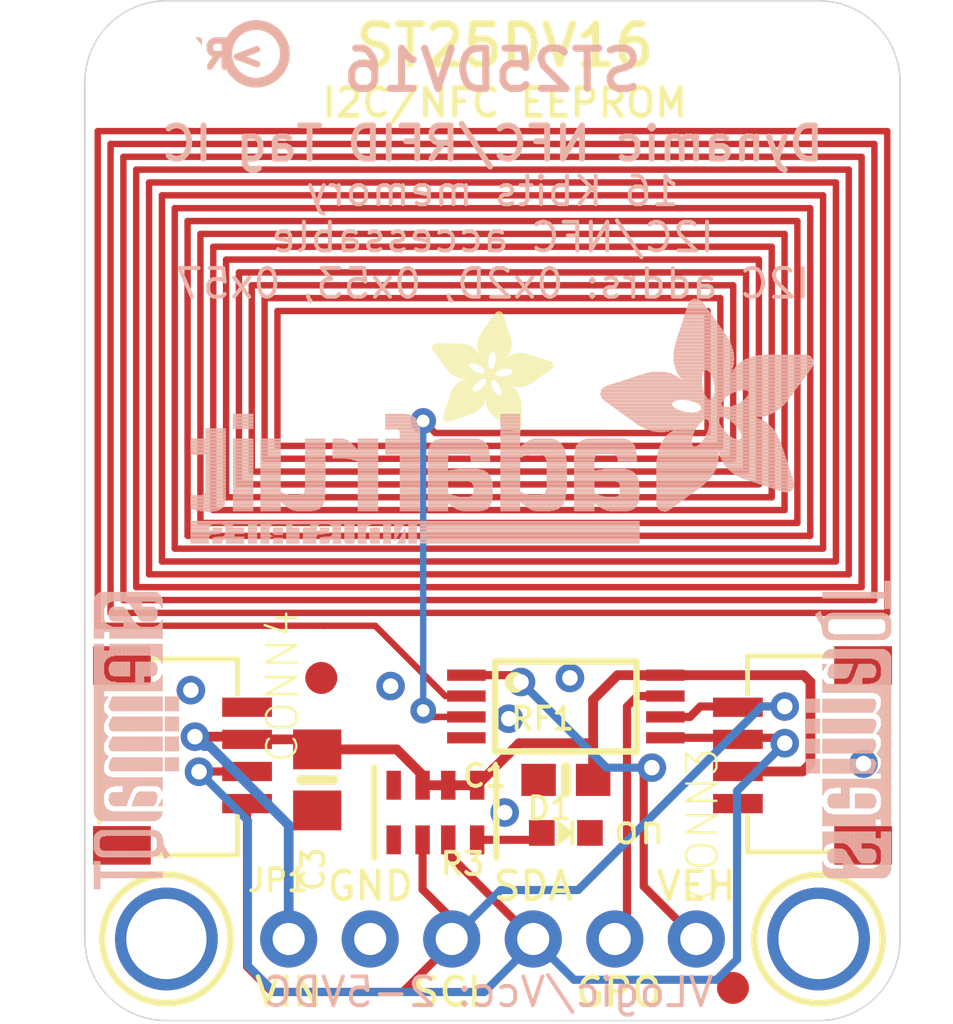
<source format=kicad_pcb>
(kicad_pcb (version 20211014) (generator pcbnew)
  (layers (0 "F.Cu" signal) (31 "B.Cu" signal) (34 "B.Paste" user) (35 "F.Paste" user) (36 "B.SilkS" user "B.Silkscreen") (37 "F.SilkS" user "F.Silkscreen") (38 "B.Mask" user) (39 "F.Mask" user) (44 "Edge.Cuts" user))
  (net 0 "")
  (net 1 "GND")
  (net 2 "SDA")
  (net 3 "SCL")
  (net 4 "VEH")
  (net 5 "VCC")
  (net 6 "N$1")
  (net 7 "GPO")
  (net 8 "N$2")
  (net 9 "N$3")
  (footprint "boardEagle:0603-NO" (layer "F.Cu") (at 150.7871 113.3856 180)
    (fp_text reference "C1" (at 1.778 0.127) (layer "F.SilkS") (effects (font (size 0.692831 0.692831) (thickness 0.119969)) (justify right)))
    (fp_text value "0.1uF")
    (pad "1" smd rect (at -0.85 0 180) (size 1.075 1) (layers "F.Cu" "F.Paste" "F.Mask") (net 5 "VCC"))
    (pad "2" smd rect (at 0.85 0 180) (size 1.075 1) (layers "F.Cu" "F.Paste" "F.Mask") (net 1 "GND"))
  )
  (footprint "boardEagle:ADAFRUIT_3.5MM" (layer "F.Cu") (at 146.5961 102.5906)
    (fp_text reference "U$22" hide)
    (fp_text value "" hide)
  )
  (footprint "boardEagle:MOUNTINGHOLE_2.5_PLATED" (layer "F.Cu") (at 158.6611 118.3386)
    (fp_text reference "U$21" hide)
    (fp_text value "MOUNTINGHOLE2.5" hide)
    (pad "P$1" thru_hole circle (at 0 0) (size 3.2 3.2) (drill 2.5) (layers *.Cu *.Mask))
  )
  (footprint "boardEagle:FIDUCIAL_1MM" (layer "F.Cu") (at 143.1671 110.2106)
    (fp_text reference "FID3" hide)
    (fp_text value "FIDUCIAL_1MM" hide)
    (pad "1" smd roundrect (at 0 0) (size 1 1) (layers "F.Cu" "F.Mask") (roundrect_rratio 0.5))
  )
  (footprint "boardEagle:JST_SH4" (layer "F.Cu") (at 158.6611 112.6236 90)
    (fp_text reference "CONN3" (at -4.6 -3.614 90) (layer "F.SilkS") (effects (font (size 0.941222 0.941222) (thickness 0.074778)) (justify left)))
    (fp_text value "STEMMA_I2C_QT" hide)
    (pad "1" smd rect (at -1.5 -2.514 180) (size 1.55 0.6) (layers "F.Cu" "F.Paste" "F.Mask") (net 1 "GND"))
    (pad "2" smd rect (at -0.5 -2.514 180) (size 1.55 0.6) (layers "F.Cu" "F.Paste" "F.Mask") (net 5 "VCC"))
    (pad "3" smd rect (at 0.5 -2.514 180) (size 1.55 0.6) (layers "F.Cu" "F.Paste" "F.Mask") (net 2 "SDA"))
    (pad "4" smd rect (at 1.5 -2.514 180) (size 1.55 0.6) (layers "F.Cu" "F.Paste" "F.Mask") (net 3 "SCL"))
    (pad "MT1" smd rect (at -2.8 1.386 180) (size 1.8 1.2) (layers "F.Cu" "F.Paste" "F.Mask") (net 1 "GND"))
    (pad "MT2" smd rect (at 2.8 1.386 180) (size 1.8 1.2) (layers "F.Cu" "F.Paste" "F.Mask") (net 1 "GND"))
  )
  (footprint "boardEagle:FIDUCIAL_1MM" (layer "F.Cu") (at 155.9941 119.8626)
    (fp_text reference "FID4" hide)
    (fp_text value "FIDUCIAL_1MM" hide)
    (pad "1" smd roundrect (at 0 0) (size 1 1) (layers "F.Cu" "F.Mask") (roundrect_rratio 0.5))
  )
  (footprint "boardEagle:JST_SH4" (layer "F.Cu") (at 138.3411 112.6236 -90)
    (fp_text reference "CONN4" (at -4.6 -3.614 90) (layer "F.SilkS") (effects (font (size 0.941222 0.941222) (thickness 0.074778)) (justify right)))
    (fp_text value "STEMMA_I2C_QT" hide)
    (pad "1" smd rect (at -1.5 -2.514) (size 1.55 0.6) (layers "F.Cu" "F.Paste" "F.Mask") (net 1 "GND"))
    (pad "2" smd rect (at -0.5 -2.514) (size 1.55 0.6) (layers "F.Cu" "F.Paste" "F.Mask") (net 5 "VCC"))
    (pad "3" smd rect (at 0.5 -2.514) (size 1.55 0.6) (layers "F.Cu" "F.Paste" "F.Mask") (net 2 "SDA"))
    (pad "4" smd rect (at 1.5 -2.514) (size 1.55 0.6) (layers "F.Cu" "F.Paste" "F.Mask") (net 3 "SCL"))
    (pad "MT1" smd rect (at -2.8 1.386) (size 1.8 1.2) (layers "F.Cu" "F.Paste" "F.Mask") (net 1 "GND"))
    (pad "MT2" smd rect (at 2.8 1.386) (size 1.8 1.2) (layers "F.Cu" "F.Paste" "F.Mask") (net 1 "GND"))
  )
  (footprint "" (layer "F.Cu") (at 158.6611 91.1606)
    (fp_text reference "@HOLE1" hide)
    (fp_text value "" (at 0 0) (layer "F.SilkS") (effects (font (size 1.27 1.27))))
    (pad "" np_thru_hole circle (at 0 0) (size 2.54 2.54) (drill 2.54) (layers *.Cu *.Mask))
  )
  (footprint "boardEagle:RESPACK_4X0603" (layer "F.Cu") (at 146.7231 114.4016 180)
    (fp_text reference "R3" (at -1.6 -1.6) (layer "F.SilkS") (effects (font (size 0.692831 0.692831) (thickness 0.119969)) (justify right)))
    (fp_text value "10K")
    (pad "1" smd rect (at -1.3 0.85 180) (size 0.45 0.9) (layers "F.Cu" "F.Paste" "F.Mask") (net 5 "VCC"))
    (pad "2" smd rect (at -0.4 0.85 180) (size 0.45 0.9) (layers "F.Cu" "F.Paste" "F.Mask") (net 5 "VCC"))
    (pad "3" smd rect (at 0.4 0.85 180) (size 0.45 0.9) (layers "F.Cu" "F.Paste" "F.Mask") (net 5 "VCC"))
    (pad "4" smd rect (at 1.3 0.85 180) (size 0.45 0.9) (layers "F.Cu" "F.Paste" "F.Mask"))
    (pad "5" smd rect (at 1.3 -0.85 180) (size 0.45 0.9) (layers "F.Cu" "F.Paste" "F.Mask"))
    (pad "6" smd rect (at 0.4 -0.85 180) (size 0.45 0.9) (layers "F.Cu" "F.Paste" "F.Mask") (net 3 "SCL"))
    (pad "7" smd rect (at -0.4 -0.85 180) (size 0.45 0.9) (layers "F.Cu" "F.Paste" "F.Mask") (net 2 "SDA"))
    (pad "8" smd rect (at -1.3 -0.85 180) (size 0.45 0.9) (layers "F.Cu" "F.Paste" "F.Mask") (net 6 "N$1"))
  )
  (footprint "boardEagle:NFCANT_25X15" (layer "F.Cu") (at 148.5011 100.6856)
    (fp_text reference "ANT1" hide)
    (fp_text value "NFC_ANTENNA_25X15" hide)
    (fp_line (start -11.5 7.1) (end -11.5 -6.7) (layer "F.Cu") (width 0.2))
    (fp_line (start 9.1 4.3) (end -8.7 4.3) (layer "F.Cu") (width 0.2))
    (fp_line (start -11.5 -6.7) (end 11.5 -6.7) (layer "F.Cu") (width 0.2))
    (fp_line (start -6.7 2.3) (end -6.7 -1.9) (layer "F.Cu") (width 0.2))
    (fp_line (start -8.7 4.3) (end -8.7 -3.9) (layer "F.Cu") (width 0.2))
    (fp_line (start -9.5 -4.7) (end 9.5 -4.7) (layer "F.Cu") (width 0.2))
    (fp_line (start -10.3 -5.5) (end 10.3 -5.5) (layer "F.Cu") (width 0.2))
    (fp_line (start 11.9 7.1) (end -11.5 7.1) (layer "F.Cu") (width 0.2))
    (fp_line (start -7.5 3.1) (end -7.5 -2.7) (layer "F.Cu") (width 0.2))
    (fp_line (start 9.9 5.1) (end -9.5 5.1) (layer "F.Cu") (width 0.2))
    (fp_line (start 9.9 -5.1) (end 9.9 5.1) (layer "F.Cu") (width 0.2))
    (fp_line (start -7.1 -2.3) (end 7.1 -2.3) (layer "F.Cu") (width 0.2))
    (fp_line (start 11.9 -7.1) (end 11.9 7.1) (layer "F.Cu") (width 0.2))
    (fp_line (start 11.5 6.7) (end -11.1 6.7) (layer "F.Cu") (width 0.2))
    (fp_line (start 7.9 3.1) (end -7.5 3.1) (layer "F.Cu") (width 0.2))
    (fp_line (start 7.1 -2.3) (end 7.1 2.3) (layer "F.Cu") (width 0.2))
    (fp_line (start 9.5 4.7) (end -9.1 4.7) (layer "F.Cu") (width 0.2))
    (fp_line (start 12.3 -7.5) (end 12.3 7.5) (layer "F.Cu") (width 0.2))
    (fp_line (start -11.1 6.7) (end -11.1 -6.3) (layer "F.Cu") (width 0.2))
    (fp_line (start 9.1 -4.3) (end 9.1 4.3) (layer "F.Cu") (width 0.2))
    (fp_line (start -8.3 -3.5) (end 8.3 -3.5) (layer "F.Cu") (width 0.2))
    (fp_line (start 11.5 -6.7) (end 11.5 6.7) (layer "F.Cu") (width 0.2))
    (fp_line (start -12.3 7.9) (end -12.3 -7.5) (layer "F.Cu") (width 0.2))
    (fp_line (start 8.7 3.9) (end -8.3 3.9) (layer "F.Cu") (width 0.2))
    (fp_line (start -10.7 6.3) (end -10.7 -5.9) (layer "F.Cu") (width 0.2))
    (fp_line (start -8.3 3.9) (end -8.3 -3.5) (layer "F.Cu") (width 0.2))
    (fp_line (start -7.9 -3.1) (end 7.9 -3.1) (layer "F.Cu") (width 0.2))
    (fp_line (start -6.7 -1.9) (end 6.7 -1.9) (layer "F.Cu") (width 0.2))
    (fp_line (start 12.3 7.5) (end -11.9 7.5) (layer "F.Cu") (width 0.2))
    (fp_line (start -9.5 5.1) (end -9.5 -4.7) (layer "F.Cu") (width 0.2))
    (fp_line (start 7.5 -2.7) (end 7.5 2.7) (layer "F.Cu") (width 0.2))
    (fp_line (start -11.9 -7.1) (end 11.9 -7.1) (layer "F.Cu") (width 0.2))
    (fp_line (start -9.1 -4.3) (end 9.1 -4.3) (layer "F.Cu") (width 0.2))
    (fp_line (start -10.7 -5.9) (end 10.7 -5.9) (layer "F.Cu") (width 0.2))
    (fp_line (start -8.7 -3.9) (end 8.7 -3.9) (layer "F.Cu") (width 0.2))
    (fp_line (start 8.3 -3.5) (end 8.3 3.5) (layer "F.Cu") (width 0.2))
    (fp_line (start 9.5 -4.7) (end 9.5 4.7) (layer "F.Cu") (width 0.2))
    (fp_line (start -9.1 4.7) (end -9.1 -4.3) (layer "F.Cu") (width 0.2))
    (fp_line (start 11.1 6.3) (end -10.7 6.3) (layer "F.Cu") (width 0.2))
    (fp_line (start -11.1 -6.3) (end 11.1 -6.3) (layer "F.Cu") (width 0.2))
    (fp_line (start 10.3 5.5) (end -9.9 5.5) (layer "F.Cu") (width 0.2))
    (fp_line (start 8.3 3.5) (end -7.9 3.5) (layer "F.Cu") (width 0.2))
    (fp_line (start 6.7 -1.9) (end 6.7 1.9) (layer "F.Cu") (width 0.2))
    (fp_line (start 10.7 5.9) (end -10.3 5.9) (layer "F.Cu") (width 0.2))
    (fp_line (start -11.9 7.5) (end -11.9 -7.1) (layer "F.Cu") (width 0.2))
    (fp_line (start 10.7 -5.9) (end 10.7 5.9) (layer "F.Cu") (width 0.2))
    (fp_line (start -7.9 3.5) (end -7.9 -3.1) (layer "F.Cu") (width 0.2))
    (fp_line (start -9.9 -5.1) (end 9.9 -5.1) (layer "F.Cu") (width 0.2))
    (fp_line (start 11.1 -6.3) (end 11.1 6.3) (layer "F.Cu") (width 0.2))
    (fp_line (start -12.3 7.9) (end -5.4 7.9) (layer "F.Cu") (width 0.2))
    (fp_line (start 10.3 -5.5) (end 10.3 5.5) (layer "F.Cu") (width 0.2))
    (fp_line (start 7.9 -3.1) (end 7.9 3.1) (layer "F.Cu") (width 0.2))
    (fp_line (start -7.5 -2.7) (end 7.5 -2.7) (layer "F.Cu") (width 0.2))
    (fp_line (start -12.3 -7.5) (end 12.3 -7.5) (layer "F.Cu") (width 0.2))
    (fp_line (start 6.7 1.9) (end 3.5 1.9) (layer "F.Cu") (width 0.2))
    (fp_line (start -9.9 5.5) (end -9.9 -5.1) (layer "F.Cu") (width 0.2))
    (fp_line (start 7.1 2.3) (end -6.7 2.3) (layer "F.Cu") (width 0.2))
    (fp_line (start 8.7 -3.9) (end 8.7 3.9) (layer "F.Cu") (width 0.2))
    (fp_line (start -10.3 5.9) (end -10.3 -5.5) (layer "F.Cu") (width 0.2))
    (fp_line (start -7.1 2.7) (end -7.1 -2.3) (layer "F.Cu") (width 0.2))
    (fp_line (start 7.5 2.7) (end -7.1 2.7) (layer "F.Cu") (width 0.2))
    (pad "P$1" smd rect (at 3.5 1.9) (size 0.2 0.2) (layers "F.Cu" "F.Paste" "F.Mask") (net 9 "N$3"))
    (pad "P$2" smd rect (at -5.3 7.9) (size 0.2 0.2) (layers "F.Cu" "F.Paste" "F.Mask") (net 8 "N$2"))
  )
  (footprint "boardEagle:TSSOP8-4.4MM" (layer "F.Cu") (at 150.7871 111.0996)
    (fp_text reference "RF1" (at -1.778 0.381) (layer "F.SilkS") (effects (font (size 0.692831 0.692831) (thickness 0.119969)) (justify left)))
    (fp_text value "ST25DVXX_TSSOP")
    (pad "1" smd rect (at -3.1 -0.975) (size 1.2 0.35) (layers "F.Cu" "F.Paste" "F.Mask") (net 4 "VEH"))
    (pad "2" smd rect (at -3.1 -0.325) (size 1.2 0.35) (layers "F.Cu" "F.Paste" "F.Mask") (net 8 "N$2"))
    (pad "3" smd rect (at -3.1 0.325) (size 1.2 0.35) (layers "F.Cu" "F.Paste" "F.Mask") (net 9 "N$3"))
    (pad "4" smd rect (at -3.1 0.975) (size 1.2 0.35) (layers "F.Cu" "F.Paste" "F.Mask") (net 1 "GND"))
    (pad "5" smd rect (at 3.1 0.975) (size 1.2 0.35) (layers "F.Cu" "F.Paste" "F.Mask") (net 2 "SDA"))
    (pad "6" smd rect (at 3.1 0.325) (size 1.2 0.35) (layers "F.Cu" "F.Paste" "F.Mask") (net 3 "SCL"))
    (pad "7" smd rect (at 3.1 -0.325) (size 1.2 0.35) (layers "F.Cu" "F.Paste" "F.Mask") (net 7 "GPO"))
    (pad "8" smd rect (at 3.1 -0.975) (size 1.2 0.35) (layers "F.Cu" "F.Paste" "F.Mask") (net 5 "VCC"))
  )
  (footprint "" (layer "F.Cu") (at 138.3411 91.1606)
    (fp_text reference "@HOLE0" hide)
    (fp_text value "" (at 0 0) (layer "F.SilkS") (effects (font (size 1.27 1.27))))
    (pad "" np_thru_hole circle (at 0 0) (size 2.54 2.54) (drill 2.54) (layers *.Cu *.Mask))
  )
  (footprint "boardEagle:CHIPLED_0603_NOOUTLINE" (layer "F.Cu") (at 150.7871 115.0366 -90)
    (fp_text reference "D1" (at -0.762 1.27) (layer "F.SilkS") (effects (font (size 0.692831 0.692831) (thickness 0.119969)) (justify left)))
    (fp_text value "GREEN")
    (pad "A" smd rect (at 0 0.75 270) (size 0.8 0.8) (layers "F.Cu" "F.Paste" "F.Mask") (net 6 "N$1"))
    (pad "C" smd rect (at 0 -0.75 270) (size 0.8 0.8) (layers "F.Cu" "F.Paste" "F.Mask") (net 1 "GND"))
  )
  (footprint "boardEagle:0805-NO" (layer "F.Cu") (at 143.0401 113.3856 -90)
    (fp_text reference "C3" (at 2.032 0.127 90) (layer "F.SilkS") (effects (font (size 0.692831 0.692831) (thickness 0.119969)) (justify right)))
    (fp_text value "10uF")
    (pad "1" smd rect (at -0.95 0 270) (size 1.24 1.5) (layers "F.Cu" "F.Paste" "F.Mask") (net 5 "VCC"))
    (pad "2" smd rect (at 0.95 0 270) (size 1.24 1.5) (layers "F.Cu" "F.Paste" "F.Mask") (net 1 "GND"))
  )
  (footprint "boardEagle:1X06_ROUND_70" (layer "F.Cu") (at 148.5011 118.3386)
    (fp_text reference "JP1" (at -7.6962 -1.8288) (layer "F.SilkS") (effects (font (size 0.692831 0.692831) (thickness 0.119969)) (justify left)))
    (fp_text value "")
    (pad "1" thru_hole circle (at -6.35 0 90) (size 1.778 1.778) (drill 1) (layers *.Cu *.Mask) (net 5 "VCC"))
    (pad "2" thru_hole circle (at -3.81 0 90) (size 1.778 1.778) (drill 1) (layers *.Cu *.Mask) (net 1 "GND"))
    (pad "3" thru_hole circle (at -1.27 0 90) (size 1.778 1.778) (drill 1) (layers *.Cu *.Mask) (net 3 "SCL"))
    (pad "4" thru_hole circle (at 1.27 0 90) (size 1.778 1.778) (drill 1) (layers *.Cu *.Mask) (net 2 "SDA"))
    (pad "5" thru_hole circle (at 3.81 0 90) (size 1.778 1.778) (drill 1) (layers *.Cu *.Mask) (net 7 "GPO"))
    (pad "6" thru_hole circle (at 6.35 0 90) (size 1.778 1.778) (drill 1) (layers *.Cu *.Mask) (net 4 "VEH"))
  )
  (footprint "boardEagle:MOUNTINGHOLE_2.5_PLATED" (layer "F.Cu") (at 138.3411 118.3386)
    (fp_text reference "U$19" hide)
    (fp_text value "MOUNTINGHOLE2.5" hide)
    (pad "P$1" thru_hole circle (at 0 0) (size 3.2 3.2) (drill 2.5) (layers *.Cu *.Mask))
  )
  (footprint "boardEagle:STEMMAQT" (layer "B.Cu") (at 138.7221 107.5436 -90)
    (fp_text reference "U$31" hide)
    (fp_text value "" hide)
  )
  (footprint "boardEagle:STEMMAQT" (layer "B.Cu") (at 158.2801 116.4336 90)
    (fp_text reference "U$30" hide)
    (fp_text value "" hide)
  )
  (footprint "boardEagle:ADAFRUIT_TEXT_20MM" (layer "B.Cu") (at 158.6611 106.0196 180)
    (fp_text reference "U$1" hide)
    (fp_text value "" hide)
  )
  (footprint "boardEagle:PCBFEAT-REV-040" (layer "B.Cu") (at 141.1351 90.7796 180)
    (fp_text reference "U$25" hide)
    (fp_text value "" hide)
    (fp_text user ">REV" (at -0.3556 -0.508) (layer "B.SilkS") (effects (font (size 0.8128 0.8128) (thickness 0.2032)) (justify left bottom mirror)))
  )
  (gr_arc (start 158.6611 89.1286) (mid 160.457151 89.872549) (end 161.2011 91.6686) (layer "Edge.Cuts") (width 0.05))
  (gr_arc (start 161.2011 118.3386) (mid 160.457151 120.134651) (end 158.6611 120.8786) (layer "Edge.Cuts") (width 0.05))
  (gr_line (start 158.6611 89.1286) (end 138.3411 89.1286) (layer "Edge.Cuts") (width 0.05))
  (gr_line (start 138.3411 120.8786) (end 158.6611 120.8786) (layer "Edge.Cuts") (width 0.05))
  (gr_arc (start 135.8011 91.6686) (mid 136.545049 89.872549) (end 138.3411 89.1286) (layer "Edge.Cuts") (width 0.05))
  (gr_arc (start 138.3411 120.8786) (mid 136.545049 120.134651) (end 135.8011 118.3386) (layer "Edge.Cuts") (width 0.05))
  (gr_line (start 135.8011 91.6686) (end 135.8011 118.3386) (layer "Edge.Cuts") (width 0.05))
  (gr_line (start 161.2011 118.3386) (end 161.2011 91.6686) (layer "Edge.Cuts") (width 0.05))
  (gr_text "VLogic/Vcc: 2-5VDC" (at 148.3741 119.9896) (layer "B.SilkS") (effects (font (size 0.89408 0.89408) (thickness 0.12192)) (justify mirror)))
  (gr_text "16 Kbits memory\nI2C/NFC accessable\nI2C addrs: 0x2D, 0x53, 0x57" (at 148.5011 96.4946) (layer "B.SilkS") (effects (font (size 0.89408 0.89408) (thickness 0.12192)) (justify mirror)))
  (gr_text "Dynamic NFC/RFID Tag IC" (at 148.5011 93.5736) (layer "B.SilkS") (effects (font (size 1.03632 1.03632) (thickness 0.18288)) (justify mirror)))
  (gr_text "ST25DV16" (at 148.5011 91.2876) (layer "B.SilkS") (effects (font (size 1.25222 1.25222) (thickness 0.22098)) (justify mirror)))
  (gr_text "ST25DV16" (at 148.8821 90.5256) (layer "F.SilkS") (effects (font (size 1.25222 1.25222) (thickness 0.22098))))
  (gr_text "VEH" (at 154.8511 116.6876) (layer "F.SilkS") (effects (font (size 0.87376 0.87376) (thickness 0.14224))))
  (gr_text "GPO" (at 152.4381 119.9896) (layer "F.SilkS") (effects (font (size 0.87376 0.87376) (thickness 0.14224))))
  (gr_text "GND" (at 144.6911 116.6876) (layer "F.SilkS") (effects (font (size 0.87376 0.87376) (thickness 0.14224))))
  (gr_text "SDA" (at 149.7711 116.6876) (layer "F.SilkS") (effects (font (size 0.87376 0.87376) (thickness 0.14224))))
  (gr_text "on" (at 153.9621 114.4016) (layer "F.SilkS") (effects (font (size 0.89408 0.89408) (thickness 0.12192)) (justify right top)))
  (gr_text "SCL" (at 147.2311 119.9896) (layer "F.SilkS") (effects (font (size 0.87376 0.87376) (thickness 0.14224))))
  (gr_text "I2C/NFC EEPROM" (at 148.8821 92.3036) (layer "F.SilkS") (effects (font (size 0.8636 0.8636) (thickness 0.1524))))
  (gr_text "VIN" (at 142.1511 119.9896) (layer "F.SilkS") (effects (font (size 0.87376 0.87376) (thickness 0.14224))))
  (via (at 145.3261 110.4646) (size 0.889) (drill 0.4826) (layers "F.Cu" "B.Cu") (net 1))
  (via (at 160.0581 112.8776) (size 0.889) (drill 0.4826) (layers "F.Cu" "B.Cu") (net 1))
  (via (at 149.0091 111.4806) (size 0.889) (drill 0.4826) (layers "F.Cu" "B.Cu") (net 1))
  (via (at 150.9141 110.2106) (size 0.889) (drill 0.4826) (layers "F.Cu" "B.Cu") (net 1))
  (via (at 139.1031 110.5916) (size 0.889) (drill 0.4826) (layers "F.Cu" "B.Cu") (net 1))
  (via (at 148.8821 114.4016) (size 0.889) (drill 0.4826) (layers "F.Cu" "B.Cu") (net 1))
  (segment (start 139.3651 113.1236) (end 139.3571 113.1316) (width 0.254) (layer "F.Cu") (net 2))
  (segment (start 153.8871 112.0746) (end 156.0981 112.0746) (width 0.254) (layer "F.Cu") (net 2))
  (segment (start 140.8551 113.1236) (end 139.3651 113.1236) (width 0.254) (layer "F.Cu") (net 2))
  (segment (start 156.0981 112.0746) (end 156.1471 112.1236) (width 0.254) (layer "F.Cu") (net 2))
  (segment (start 147.1231 115.6906) (end 149.7711 118.3386) (width 0.254) (layer "F.Cu") (net 2))
  (segment (start 147.1231 115.2516) (end 147.1231 115.6906) (width 0.254) (layer "F.Cu") (net 2))
  (segment (start 157.607 112.2426) (end 157.439 112.0746) (width 0.254) (layer "F.Cu") (net 2))
  (segment (start 157.439 112.0746) (end 156.0981 112.0746) (width 0.254) (layer "F.Cu") (net 2))
  (via (at 139.3571 113.1316) (size 0.889) (drill 0.4826) (layers "F.Cu" "B.Cu") (net 2))
  (via (at 157.607 112.2426) (size 0.889) (drill 0.4826) (layers "F.Cu" "B.Cu") (net 2))
  (segment (start 148.2471 119.9896) (end 149.8346 118.4021) (width 0.254) (layer "B.Cu") (net 2))
  (segment (start 151.0411 119.6086) (end 155.4861 119.6086) (width 0.254) (layer "B.Cu") (net 2))
  (segment (start 156.1211 118.9736) (end 156.1211 113.7285) (width 0.254) (layer "B.Cu") (net 2))
  (segment (start 149.7711 118.3386) (end 149.8346 118.4021) (width 0.254) (layer "B.Cu") (net 2))
  (segment (start 140.8811 119.173813) (end 141.696887 119.9896) (width 0.254) (layer "B.Cu") (net 2))
  (segment (start 149.8346 118.4021) (end 151.0411 119.6086) (width 0.254) (layer "B.Cu") (net 2))
  (segment (start 140.8811 114.6556) (end 140.8811 119.173813) (width 0.254) (layer "B.Cu") (net 2))
  (segment (start 139.3571 113.1316) (end 140.8811 114.6556) (width 0.254) (layer "B.Cu") (net 2))
  (segment (start 141.696887 119.9896) (end 148.2471 119.9896) (width 0.254) (layer "B.Cu") (net 2))
  (segment (start 156.1211 113.7285) (end 157.607 112.2426) (width 0.254) (layer "B.Cu") (net 2))
  (segment (start 155.4861 119.6086) (end 156.1211 118.9736) (width 0.254) (layer "B.Cu") (net 2))
  (segment (start 147.2311 117.7036) (end 147.2311 118.3386) (width 0.254) (layer "F.Cu") (net 3))
  (segment (start 146.3231 115.2516) (end 146.3231 116.7956) (width 0.254) (layer "F.Cu") (net 3))
  (segment (start 141.6431 119.9896) (end 145.7071 119.9896) (width 0.254) (layer "F.Cu") (net 3))
  (segment (start 156.1231 111.0996) (end 156.1471 111.1236) (width 0.254) (layer "F.Cu") (net 3))
  (segment (start 156.1471 111.1236) (end 156.1711 111.0996) (width 0.254) (layer "F.Cu") (net 3))
  (segment (start 147.2311 118.4656) (end 147.2311 118.3386) (width 0.254) (layer "F.Cu") (net 3))
  (segment (start 140.8551 119.2016) (end 141.6431 119.9896) (width 0.254) (layer "F.Cu") (net 3))
  (segment (start 154.6531 111.4246) (end 154.9781 111.0996) (width 0.254) (layer "F.Cu") (net 3))
  (segment (start 154.9781 111.0996) (end 156.1231 111.0996) (width 0.254) (layer "F.Cu") (net 3))
  (segment (start 145.7071 119.9896) (end 147.2311 118.4656) (width 0.254) (layer "F.Cu") (net 3))
  (segment (start 146.3231 116.7956) (end 147.2311 117.7036) (width 0.254) (layer "F.Cu") (net 3))
  (segment (start 156.1711 111.0996) (end 157.607 111.0996) (width 0.254) (layer "F.Cu") (net 3))
  (segment (start 140.8551 114.1236) (end 140.8551 119.2016) (width 0.254) (layer "F.Cu") (net 3))
  (segment (start 153.8871 111.4246) (end 154.6531 111.4246) (width 0.254) (layer "F.Cu") (net 3))
  (via (at 157.607 111.0996) (size 0.889) (drill 0.4826) (layers "F.Cu" "B.Cu") (net 3))
  (segment (start 157.607 111.0996) (end 156.8831 111.0996) (width 0.254) (layer "B.Cu") (net 3))
  (segment (start 148.7551 116.8146) (end 147.2311 118.3386) (width 0.254) (layer "B.Cu") (net 3))
  (segment (start 151.1681 116.8146) (end 148.7551 116.8146) (width 0.254) (layer "B.Cu") (net 3))
  (segment (start 156.8831 111.0996) (end 151.1681 116.8146) (width 0.254) (layer "B.Cu") (net 3))
  (segment (start 149.1771 110.1246) (end 149.3901 110.3376) (width 0.254) (layer "F.Cu") (net 4))
  (segment (start 147.6871 110.1246) (end 149.1771 110.1246) (width 0.254) (layer "F.Cu") (net 4))
  (segment (start 153.4668 113.0046) (end 153.2128 113.2586) (width 0.254) (layer "F.Cu") (net 4))
  (segment (start 153.2128 116.7003) (end 154.8511 118.3386) (width 0.254) (layer "F.Cu") (net 4))
  (segment (start 153.2128 113.2586) (end 153.2128 116.7003) (width 0.254) (layer "F.Cu") (net 4))
  (via (at 149.3901 110.3376) (size 0.889) (drill 0.4826) (layers "F.Cu" "B.Cu") (net 4))
  (via (at 153.4668 113.0046) (size 0.889) (drill 0.4826) (layers "F.Cu" "B.Cu") (net 4))
  (segment (start 149.3901 110.3376) (end 152.0571 113.0046) (width 0.254) (layer "B.Cu") (net 4))
  (segment (start 152.0571 113.0046) (end 153.4668 113.0046) (width 0.254) (layer "B.Cu") (net 4))
  (segment (start 148.0231 113.5516) (end 149.3321 112.2426) (width 0.3048) (layer "F.Cu") (net 5))
  (segment (start 143.0401 112.4356) (end 145.5191 112.4356) (width 0.3048) (layer "F.Cu") (net 5))
  (segment (start 145.5191 112.4356) (end 146.3421 113.2586) (width 0.3048) (layer "F.Cu") (net 5))
  (segment (start 147.1231 113.5516) (end 146.3421 113.5516) (width 0.3048) (layer "F.Cu") (net 5))
  (segment (start 146.3421 113.5516) (end 146.3231 113.5516) (width 0.3048) (layer "F.Cu") (net 5))
  (segment (start 158.4071 112.8776) (end 158.1611 113.1236) (width 0.3048) (layer "F.Cu") (net 5))
  (segment (start 149.3321 112.2426) (end 151.6371 112.2426) (width 0.3048) (layer "F.Cu") (net 5))
  (segment (start 153.8871 110.1246) (end 152.3971 110.1246) (width 0.3048) (layer "F.Cu") (net 5))
  (segment (start 140.7709 112.0394) (end 139.2301 112.0394) (width 0.3048) (layer "F.Cu") (net 5))
  (segment (start 151.6371 112.2426) (end 151.6371 113.3856) (width 0.3048) (layer "F.Cu") (net 5))
  (segment (start 146.3421 113.2586) (end 146.3421 113.5516) (width 0.3048) (layer "F.Cu") (net 5))
  (segment (start 158.1941 110.1246) (end 158.4071 110.3376) (width 0.3048) (layer "F.Cu") (net 5))
  (segment (start 153.8871 110.1246) (end 158.1941 110.1246) (width 0.3048) (layer "F.Cu") (net 5))
  (segment (start 158.4071 110.3376) (end 158.4071 112.8776) (width 0.3048) (layer "F.Cu") (net 5))
  (segment (start 140.8551 112.1236) (end 140.7709 112.0394) (width 0.3048) (layer "F.Cu") (net 5))
  (segment (start 142.7281 112.1236) (end 143.0401 112.4356) (width 0.3048) (layer "F.Cu") (net 5))
  (segment (start 152.3971 110.1246) (end 151.6371 110.8846) (width 0.3048) (layer "F.Cu") (net 5))
  (segment (start 151.6371 110.8846) (end 151.6371 112.2426) (width 0.3048) (layer "F.Cu") (net 5))
  (segment (start 158.1611 113.1236) (end 156.1471 113.1236) (width 0.3048) (layer "F.Cu") (net 5))
  (segment (start 148.0231 113.5516) (end 147.1231 113.5516) (width 0.3048) (layer "F.Cu") (net 5))
  (segment (start 140.8551 112.1236) (end 142.7281 112.1236) (width 0.3048) (layer "F.Cu") (net 5))
  (via (at 139.2301 112.0394) (size 0.889) (drill 0.4826) (layers "F.Cu" "B.Cu") (net 5))
  (segment (start 142.1511 114.794088) (end 142.1511 118.3386) (width 0.3048) (layer "B.Cu") (net 5))
  (segment (start 139.5222 112.3315) (end 139.688512 112.3315) (width 0.3048) (layer "B.Cu") (net 5))
  (segment (start 139.688512 112.3315) (end 142.1511 114.794088) (width 0.3048) (layer "B.Cu") (net 5))
  (segment (start 139.2301 112.0394) (end 139.5222 112.3315) (width 0.3048) (layer "B.Cu") (net 5))
  (segment (start 149.8221 115.2516) (end 150.0371 115.0366) (width 0.254) (layer "F.Cu") (net 6))
  (segment (start 148.0231 115.2516) (end 149.8221 115.2516) (width 0.254) (layer "F.Cu") (net 6))
  (segment (start 152.6921 117.9576) (end 152.3111 118.3386) (width 0.254) (layer "F.Cu") (net 7))
  (segment (start 152.6921 111.0996) (end 152.6921 117.9576) (width 0.254) (layer "F.Cu") (net 7))
  (segment (start 153.8871 110.7746) (end 153.0171 110.7746) (width 0.254) (layer "F.Cu") (net 7))
  (segment (start 153.0171 110.7746) (end 152.6921 111.0996) (width 0.254) (layer "F.Cu") (net 7))
  (segment (start 143.2011 108.5856) (end 144.8441 108.5856) (width 0.2) (layer "F.Cu") (net 8))
  (segment (start 144.8441 108.5856) (end 147.0331 110.7746) (width 0.2) (layer "F.Cu") (net 8))
  (segment (start 147.0331 110.7746) (end 147.6871 110.7746) (width 0.2) (layer "F.Cu") (net 8))
  (segment (start 146.7181 102.5856) (end 146.3421 102.2096) (width 0.2032) (layer "F.Cu") (net 9))
  (segment (start 146.7181 102.5856) (end 152.0011 102.5856) (width 0.2032) (layer "F.Cu") (net 9))
  (segment (start 147.6871 111.4246) (end 146.5401 111.4246) (width 0.2032) (layer "F.Cu") (net 9))
  (segment (start 146.5401 111.4246) (end 146.3421 111.2266) (width 0.2032) (layer "F.Cu") (net 9))
  (via (at 146.3421 102.2096) (size 0.8001) (drill 0.3937) (layers "F.Cu" "B.Cu") (net 9))
  (via (at 146.3421 111.2266) (size 0.8001) (drill 0.3937) (layers "F.Cu" "B.Cu") (net 9))
  (segment (start 146.3421 102.9716) (end 146.3421 102.2096) (width 0.2032) (layer "B.Cu") (net 9))
  (segment (start 146.3421 111.2266) (end 146.3421 102.9716) (width 0.2) (layer "B.Cu") (net 9))
)
</source>
